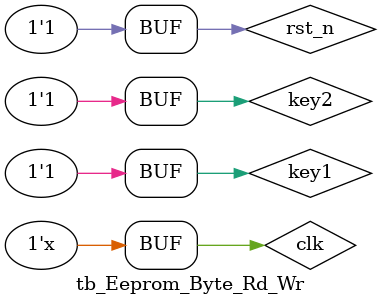
<source format=sv>

`timescale 1ns/1ps
module tb_Eeprom_Byte_Rd_Wr (); /* this is automatically generated */

	reg clk;
	reg rst_n;

	// (*NOTE*) replace reset, clock, others
	reg key1;
	reg key2;
	wire i2c_sda;
	wire i2c_scl;

	initial begin
		clk = 1'd0;
		rst_n = 1'd0;
		#14
		rst_n = 1'd1;
	end

	always #10 clk <= !clk;

	initial begin
		key1 = 1'd1;
		key2 = 1'd1;
		#200_000
		key1 = 1'd0;
		#20_001_000
		key1 = 1'd1;
	end


	Eeprom_Byte_Rd_Wr inst_Eeprom_Byte_Rd_Wr
		(
			.clk     (clk),
			.rst_n   (rst_n),
			.key1    (key1),
			.key2    (key2),
			.i2c_sda (i2c_sda),
			.i2c_scl (i2c_scl)
		);

endmodule

</source>
